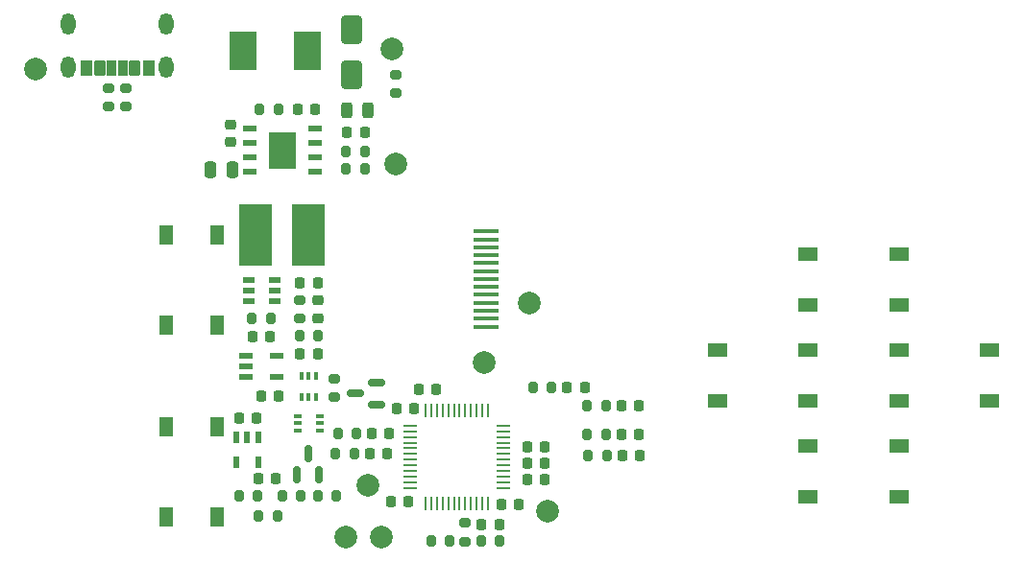
<source format=gts>
%TF.GenerationSoftware,KiCad,Pcbnew,9.0.2*%
%TF.CreationDate,2025-07-13T16:06:35-05:00*%
%TF.ProjectId,stm32card,73746d33-3263-4617-9264-2e6b69636164,rev?*%
%TF.SameCoordinates,Original*%
%TF.FileFunction,Soldermask,Top*%
%TF.FilePolarity,Negative*%
%FSLAX46Y46*%
G04 Gerber Fmt 4.6, Leading zero omitted, Abs format (unit mm)*
G04 Created by KiCad (PCBNEW 9.0.2) date 2025-07-13 16:06:35*
%MOMM*%
%LPD*%
G01*
G04 APERTURE LIST*
G04 Aperture macros list*
%AMRoundRect*
0 Rectangle with rounded corners*
0 $1 Rounding radius*
0 $2 $3 $4 $5 $6 $7 $8 $9 X,Y pos of 4 corners*
0 Add a 4 corners polygon primitive as box body*
4,1,4,$2,$3,$4,$5,$6,$7,$8,$9,$2,$3,0*
0 Add four circle primitives for the rounded corners*
1,1,$1+$1,$2,$3*
1,1,$1+$1,$4,$5*
1,1,$1+$1,$6,$7*
1,1,$1+$1,$8,$9*
0 Add four rect primitives between the rounded corners*
20,1,$1+$1,$2,$3,$4,$5,0*
20,1,$1+$1,$4,$5,$6,$7,0*
20,1,$1+$1,$6,$7,$8,$9,0*
20,1,$1+$1,$8,$9,$2,$3,0*%
G04 Aperture macros list end*
%ADD10RoundRect,0.225000X-0.225000X-0.250000X0.225000X-0.250000X0.225000X0.250000X-0.225000X0.250000X0*%
%ADD11RoundRect,0.150000X0.150000X-0.587500X0.150000X0.587500X-0.150000X0.587500X-0.150000X-0.587500X0*%
%ADD12RoundRect,0.225000X0.225000X0.250000X-0.225000X0.250000X-0.225000X-0.250000X0.225000X-0.250000X0*%
%ADD13R,1.800000X1.200000*%
%ADD14RoundRect,0.200000X0.200000X0.275000X-0.200000X0.275000X-0.200000X-0.275000X0.200000X-0.275000X0*%
%ADD15RoundRect,0.225000X-0.250000X0.225000X-0.250000X-0.225000X0.250000X-0.225000X0.250000X0.225000X0*%
%ADD16R,3.000000X5.500000*%
%ADD17RoundRect,0.200000X0.275000X-0.200000X0.275000X0.200000X-0.275000X0.200000X-0.275000X-0.200000X0*%
%ADD18RoundRect,0.225000X0.250000X-0.225000X0.250000X0.225000X-0.250000X0.225000X-0.250000X-0.225000X0*%
%ADD19R,2.350000X3.500000*%
%ADD20C,2.000000*%
%ADD21RoundRect,0.150000X0.587500X0.150000X-0.587500X0.150000X-0.587500X-0.150000X0.587500X-0.150000X0*%
%ADD22RoundRect,0.250000X0.250000X0.475000X-0.250000X0.475000X-0.250000X-0.475000X0.250000X-0.475000X0*%
%ADD23RoundRect,0.200000X-0.200000X-0.275000X0.200000X-0.275000X0.200000X0.275000X-0.200000X0.275000X0*%
%ADD24R,2.200000X0.400000*%
%ADD25RoundRect,0.100000X-0.225000X-0.100000X0.225000X-0.100000X0.225000X0.100000X-0.225000X0.100000X0*%
%ADD26RoundRect,0.200000X-0.275000X0.200000X-0.275000X-0.200000X0.275000X-0.200000X0.275000X0.200000X0*%
%ADD27RoundRect,0.102000X0.350000X0.600000X-0.350000X0.600000X-0.350000X-0.600000X0.350000X-0.600000X0*%
%ADD28RoundRect,0.102000X0.380000X0.600000X-0.380000X0.600000X-0.380000X-0.600000X0.380000X-0.600000X0*%
%ADD29RoundRect,0.102000X0.400000X0.600000X-0.400000X0.600000X-0.400000X-0.600000X0.400000X-0.600000X0*%
%ADD30O,1.304000X1.904000*%
%ADD31RoundRect,0.243750X0.243750X0.456250X-0.243750X0.456250X-0.243750X-0.456250X0.243750X-0.456250X0*%
%ADD32R,1.070000X0.530000*%
%ADD33R,1.200000X0.270000*%
%ADD34R,0.270000X1.200000*%
%ADD35R,1.200000X1.800000*%
%ADD36RoundRect,0.218750X0.218750X0.256250X-0.218750X0.256250X-0.218750X-0.256250X0.218750X-0.256250X0*%
%ADD37R,0.600000X1.000000*%
%ADD38R,1.200000X0.600000*%
%ADD39R,2.400000X3.300000*%
%ADD40RoundRect,0.100000X-0.100000X0.225000X-0.100000X-0.225000X0.100000X-0.225000X0.100000X0.225000X0*%
%ADD41RoundRect,0.250000X0.650000X-1.000000X0.650000X1.000000X-0.650000X1.000000X-0.650000X-1.000000X0*%
%ADD42R,1.200000X0.500000*%
G04 APERTURE END LIST*
D10*
%TO.C,C14*%
X186594442Y-122410210D03*
X188144442Y-122410210D03*
%TD*%
D11*
%TO.C,Q2*%
X157919747Y-124145560D03*
X159819747Y-124145560D03*
X158869747Y-122270560D03*
%TD*%
D12*
%TO.C,C4*%
X168208349Y-118253643D03*
X166658349Y-118253643D03*
%TD*%
D10*
%TO.C,C25*%
X158188180Y-107195974D03*
X159738180Y-107195974D03*
%TD*%
D13*
%TO.C,b_up1*%
X202951133Y-104665534D03*
X210951133Y-104665534D03*
X202951133Y-109165534D03*
X210951133Y-109165534D03*
%TD*%
D10*
%TO.C,C16*%
X186498159Y-120535261D03*
X188048159Y-120535261D03*
%TD*%
D14*
%TO.C,R22*%
X158253611Y-125980447D03*
X156603611Y-125980447D03*
%TD*%
D15*
%TO.C,C22*%
X159771321Y-108741969D03*
X159771321Y-110291969D03*
%TD*%
D16*
%TO.C,L2*%
X158924572Y-102960590D03*
X154264572Y-102960590D03*
%TD*%
D14*
%TO.C,R14*%
X163868852Y-97111187D03*
X162218852Y-97111187D03*
%TD*%
D17*
%TO.C,R24*%
X161212267Y-117283573D03*
X161212267Y-115633573D03*
%TD*%
D18*
%TO.C,C9*%
X152049345Y-94727156D03*
X152049345Y-93177156D03*
%TD*%
D19*
%TO.C,L1*%
X153109399Y-86734328D03*
X158809399Y-86734328D03*
%TD*%
D20*
%TO.C,SWDIO1*%
X164177791Y-125033730D03*
%TD*%
%TO.C,TP3*%
X162215982Y-129637235D03*
%TD*%
D21*
%TO.C,Q1*%
X164907099Y-117901836D03*
X164907099Y-116001836D03*
X163032099Y-116951836D03*
%TD*%
D22*
%TO.C,C7*%
X152194313Y-97232762D03*
X150294313Y-97232762D03*
%TD*%
D23*
%TO.C,R10*%
X174123734Y-129933381D03*
X175773734Y-129933381D03*
%TD*%
%TO.C,R17*%
X158138180Y-111847959D03*
X159788180Y-111847959D03*
%TD*%
D10*
%TO.C,C12*%
X175911855Y-126779815D03*
X177461855Y-126779815D03*
%TD*%
D24*
%TO.C,U5*%
X174559466Y-111035534D03*
X174559466Y-110335534D03*
X174559466Y-109635534D03*
X174559466Y-108935534D03*
X174559466Y-108235534D03*
X174559466Y-107535534D03*
X174559466Y-106835534D03*
X174559466Y-106135534D03*
X174559466Y-105435534D03*
X174559466Y-104735534D03*
X174559466Y-104035534D03*
X174559466Y-103335534D03*
X174559466Y-102635534D03*
%TD*%
D10*
%TO.C,C11*%
X178216650Y-124571621D03*
X179766650Y-124571621D03*
%TD*%
D14*
%TO.C,R11*%
X171355995Y-129935313D03*
X169705995Y-129935313D03*
%TD*%
D20*
%TO.C,TP2*%
X134880772Y-88298705D03*
%TD*%
D25*
%TO.C,U3*%
X158013180Y-118919663D03*
X158013180Y-119569663D03*
X158013180Y-120219663D03*
X159913180Y-120219663D03*
X159913180Y-119569663D03*
X159913180Y-118919663D03*
%TD*%
D26*
%TO.C,R2*%
X142831133Y-89980534D03*
X142831133Y-91630534D03*
%TD*%
D14*
%TO.C,R15*%
X163868852Y-95545650D03*
X162218852Y-95545650D03*
%TD*%
D10*
%TO.C,C13*%
X181710179Y-116398550D03*
X183260179Y-116398550D03*
%TD*%
%TO.C,C10*%
X158188180Y-113473015D03*
X159738180Y-113473015D03*
%TD*%
D14*
%TO.C,R18*%
X154421265Y-126000289D03*
X152771265Y-126000289D03*
%TD*%
D26*
%TO.C,R16*%
X158155040Y-108691969D03*
X158155040Y-110341969D03*
%TD*%
D12*
%TO.C,C8*%
X179766650Y-121651621D03*
X178216650Y-121651621D03*
%TD*%
D23*
%TO.C,R9*%
X183488159Y-120535261D03*
X185138159Y-120535261D03*
%TD*%
%TO.C,R13*%
X161308400Y-122213186D03*
X162958400Y-122213186D03*
%TD*%
D10*
%TO.C,C15*%
X186482004Y-118016635D03*
X188032004Y-118016635D03*
%TD*%
D13*
%TO.C,b_left1*%
X210951133Y-113132201D03*
X218951133Y-113132201D03*
X210951133Y-117632201D03*
X218951133Y-117632201D03*
%TD*%
D10*
%TO.C,C5*%
X178216650Y-123111621D03*
X179766650Y-123111621D03*
%TD*%
D13*
%TO.C,b_right1*%
X194951133Y-113132201D03*
X202951133Y-113132201D03*
X194951133Y-117632201D03*
X202951133Y-117632201D03*
%TD*%
D23*
%TO.C,R12*%
X161501172Y-120481830D03*
X163151172Y-120481830D03*
%TD*%
D10*
%TO.C,C17*%
X164511172Y-120481830D03*
X166061172Y-120481830D03*
%TD*%
D23*
%TO.C,R6*%
X183584442Y-122410210D03*
X185234442Y-122410210D03*
%TD*%
D10*
%TO.C,C19*%
X154004818Y-111915048D03*
X155554818Y-111915048D03*
%TD*%
D20*
%TO.C,TP_mosi1*%
X174362663Y-114235371D03*
%TD*%
D27*
%TO.C,J1*%
X142574466Y-88210000D03*
D28*
X140554466Y-88210000D03*
D29*
X139324466Y-88210000D03*
D27*
X141574466Y-88210000D03*
D28*
X143594466Y-88210000D03*
D29*
X144824466Y-88210000D03*
D30*
X146394466Y-88130000D03*
X146394466Y-84330000D03*
X137754466Y-88130000D03*
X137754466Y-84330000D03*
%TD*%
D31*
%TO.C,D2*%
X164192771Y-91972776D03*
X162317771Y-91972776D03*
%TD*%
D23*
%TO.C,R7*%
X183472004Y-118016635D03*
X185122004Y-118016635D03*
%TD*%
D20*
%TO.C,tst_nrst1*%
X180021047Y-127320001D03*
%TD*%
D32*
%TO.C,U6*%
X153629818Y-106919279D03*
X153629818Y-107869279D03*
X153629818Y-108819279D03*
X155929818Y-108819279D03*
X155929818Y-107869279D03*
X155929818Y-106919279D03*
%TD*%
D14*
%TO.C,R4*%
X156264853Y-91818710D03*
X154614853Y-91818710D03*
%TD*%
D20*
%TO.C,TestPoint_gnd1*%
X166260568Y-86489059D03*
%TD*%
D10*
%TO.C,C2*%
X168613611Y-116553306D03*
X170163611Y-116553306D03*
%TD*%
D20*
%TO.C,TP_sck1*%
X178381844Y-108935534D03*
%TD*%
D10*
%TO.C,C18*%
X164318400Y-122213186D03*
X165868400Y-122213186D03*
%TD*%
D33*
%TO.C,U4*%
X176090878Y-125284125D03*
X176090878Y-124784125D03*
X176090878Y-124284125D03*
X176090878Y-123784125D03*
X176090878Y-123284125D03*
X176090878Y-122784125D03*
X176090878Y-122284125D03*
X176090878Y-121784125D03*
X176090878Y-121284125D03*
X176090878Y-120784125D03*
X176090878Y-120284125D03*
X176090878Y-119784125D03*
D34*
X174740878Y-118434125D03*
X174240878Y-118434125D03*
X173740878Y-118434125D03*
X173240878Y-118434125D03*
X172740878Y-118434125D03*
X172240878Y-118434125D03*
X171740878Y-118434125D03*
X171240878Y-118434125D03*
X170740878Y-118434125D03*
X170240878Y-118434125D03*
X169740878Y-118434125D03*
X169240878Y-118434125D03*
D33*
X167890878Y-119784125D03*
X167890878Y-120284125D03*
X167890878Y-120784125D03*
X167890878Y-121284125D03*
X167890878Y-121784125D03*
X167890878Y-122284125D03*
X167890878Y-122784125D03*
X167890878Y-123284125D03*
X167890878Y-123784125D03*
X167890878Y-124284125D03*
X167890878Y-124784125D03*
X167890878Y-125284125D03*
D34*
X169240878Y-126634125D03*
X169740878Y-126634125D03*
X170240878Y-126634125D03*
X170740878Y-126634125D03*
X171240878Y-126634125D03*
X171740878Y-126634125D03*
X172240878Y-126634125D03*
X172740878Y-126634125D03*
X173240878Y-126634125D03*
X173740878Y-126634125D03*
X174240878Y-126634125D03*
X174740878Y-126634125D03*
%TD*%
D12*
%TO.C,C20*%
X156306367Y-117183014D03*
X154756367Y-117183014D03*
%TD*%
D23*
%TO.C,R23*%
X159750308Y-125969797D03*
X161400308Y-125969797D03*
%TD*%
D35*
%TO.C,b_b1*%
X146357799Y-127848868D03*
X146357799Y-119848868D03*
X150857799Y-127848868D03*
X150857799Y-119848868D03*
%TD*%
D13*
%TO.C,b_down1*%
X210951133Y-126098868D03*
X202951133Y-126098868D03*
X210951133Y-121598868D03*
X202951133Y-121598868D03*
%TD*%
D36*
%TO.C,D3*%
X163876963Y-93905116D03*
X162301963Y-93905116D03*
%TD*%
D23*
%TO.C,R20*%
X153954818Y-110310463D03*
X155604818Y-110310463D03*
%TD*%
D37*
%TO.C,U9*%
X154476567Y-120794558D03*
X153526567Y-120794558D03*
X152576567Y-120794558D03*
X152576567Y-122994558D03*
X154476567Y-122994558D03*
%TD*%
D38*
%TO.C,U1*%
X159525975Y-97379672D03*
X159525975Y-96109672D03*
X159525975Y-94829672D03*
X159525975Y-93559672D03*
X153705975Y-93559672D03*
X153705975Y-94829672D03*
X153705975Y-96109672D03*
X153705975Y-97379672D03*
D39*
X156615975Y-95469672D03*
%TD*%
D12*
%TO.C,C1*%
X159506914Y-91818526D03*
X157956914Y-91818526D03*
%TD*%
D23*
%TO.C,R5*%
X178700179Y-116398550D03*
X180350179Y-116398550D03*
%TD*%
D40*
%TO.C,U2*%
X159575680Y-115376388D03*
X158925680Y-115376388D03*
X158275680Y-115376388D03*
X158275680Y-117276388D03*
X158925680Y-117276388D03*
X159575680Y-117276388D03*
%TD*%
D41*
%TO.C,D1*%
X162704823Y-88794524D03*
X162704823Y-84794524D03*
%TD*%
D20*
%TO.C,SWCLK1*%
X165303801Y-129637235D03*
%TD*%
D26*
%TO.C,R8*%
X172740878Y-128357482D03*
X172740878Y-130007482D03*
%TD*%
D10*
%TO.C,C6*%
X174173724Y-128478655D03*
X175723724Y-128478655D03*
%TD*%
%TO.C,C24*%
X154469361Y-124419275D03*
X156019361Y-124419275D03*
%TD*%
D12*
%TO.C,C21*%
X154371567Y-119134045D03*
X152821567Y-119134045D03*
%TD*%
D35*
%TO.C,b_a1*%
X146357799Y-110915534D03*
X146357799Y-102915534D03*
X150857799Y-110915534D03*
X150857799Y-102915534D03*
%TD*%
D12*
%TO.C,C3*%
X167740878Y-126518684D03*
X166190878Y-126518684D03*
%TD*%
D20*
%TO.C,TP1*%
X166644763Y-96653916D03*
%TD*%
D23*
%TO.C,R19*%
X154524973Y-127765370D03*
X156174973Y-127765370D03*
%TD*%
D42*
%TO.C,U7*%
X153429818Y-113589341D03*
X153429818Y-114539341D03*
X153429818Y-115489341D03*
X156129818Y-115489341D03*
X156129818Y-113589341D03*
%TD*%
D26*
%TO.C,R1*%
X141331133Y-89980534D03*
X141331133Y-91630534D03*
%TD*%
%TO.C,R21*%
X166643276Y-88787760D03*
X166643276Y-90437760D03*
%TD*%
M02*

</source>
